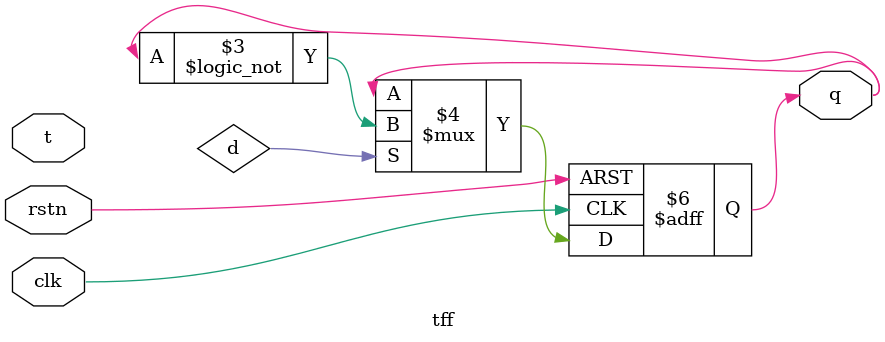
<source format=v>
module tff (t , clk , rstn , q);
input t, clk, rstn ; 
output reg q;
always @ ( posedge clk or negedge rstn)
if (!rstn) begin
 q <= 1'b0;
end else if (d) begin
 q <= !q;
end
endmodule

</source>
